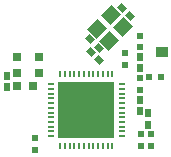
<source format=gtp>
%FSLAX24Y24*%
%MOIN*%
G70*
G01*
G75*
G04 Layer_Color=8421504*
%ADD10R,0.0400X0.0370*%
%ADD11R,0.0315X0.0295*%
%ADD12R,0.0197X0.0236*%
%ADD13R,0.0197X0.0256*%
%ADD14R,0.0295X0.0315*%
G04:AMPARAMS|DCode=15|XSize=19.7mil|YSize=23.6mil|CornerRadius=0mil|HoleSize=0mil|Usage=FLASHONLY|Rotation=45.000|XOffset=0mil|YOffset=0mil|HoleType=Round|Shape=Rectangle|*
%AMROTATEDRECTD15*
4,1,4,0.0014,-0.0153,-0.0153,0.0014,-0.0014,0.0153,0.0153,-0.0014,0.0014,-0.0153,0.0*
%
%ADD15ROTATEDRECTD15*%

G04:AMPARAMS|DCode=16|XSize=47.2mil|YSize=43.3mil|CornerRadius=0mil|HoleSize=0mil|Usage=FLASHONLY|Rotation=225.000|XOffset=0mil|YOffset=0mil|HoleType=Round|Shape=Rectangle|*
%AMROTATEDRECTD16*
4,1,4,0.0014,0.0320,0.0320,0.0014,-0.0014,-0.0320,-0.0320,-0.0014,0.0014,0.0320,0.0*
%
%ADD16ROTATEDRECTD16*%

%ADD17O,0.0256X0.0079*%
%ADD18O,0.0079X0.0256*%
%ADD19R,0.1850X0.1850*%
%ADD20R,0.0236X0.0197*%
%ADD21C,0.0090*%
%ADD22C,0.0150*%
%ADD23C,0.0060*%
%ADD24C,0.0080*%
%ADD25C,0.0370*%
%ADD26C,0.0240*%
%ADD27C,0.0260*%
%ADD28C,0.0098*%
%ADD29C,0.0079*%
%ADD30C,0.0050*%
D10*
X2510Y1924D02*
D03*
D11*
X-2300Y1244D02*
D03*
Y1776D02*
D03*
X-1590Y1244D02*
D03*
Y1776D02*
D03*
D12*
X1840Y-803D02*
D03*
Y-1197D02*
D03*
X-1720Y-923D02*
D03*
Y-1317D02*
D03*
X1290Y1523D02*
D03*
Y1917D02*
D03*
X1790Y2093D02*
D03*
Y2487D02*
D03*
X2170Y-803D02*
D03*
Y-1197D02*
D03*
X1790Y673D02*
D03*
Y1067D02*
D03*
D13*
X-2640Y1147D02*
D03*
Y773D02*
D03*
X1790Y1393D02*
D03*
Y1767D02*
D03*
X2070Y-477D02*
D03*
Y-103D02*
D03*
X1790Y-27D02*
D03*
Y347D02*
D03*
D14*
X-1774Y800D02*
D03*
X-2306D02*
D03*
D15*
X1181Y3409D02*
D03*
X1459Y3131D02*
D03*
X429Y1661D02*
D03*
X151Y1939D02*
D03*
X409Y2081D02*
D03*
X131Y2359D02*
D03*
D16*
X1221Y2782D02*
D03*
X832Y3171D02*
D03*
X748Y2308D02*
D03*
X358Y2698D02*
D03*
D17*
X-1191Y866D02*
D03*
Y709D02*
D03*
Y551D02*
D03*
Y394D02*
D03*
Y236D02*
D03*
Y79D02*
D03*
Y-79D02*
D03*
Y-236D02*
D03*
Y-394D02*
D03*
Y-551D02*
D03*
Y-709D02*
D03*
Y-866D02*
D03*
X1191D02*
D03*
Y-709D02*
D03*
Y-551D02*
D03*
Y-394D02*
D03*
Y-236D02*
D03*
Y-79D02*
D03*
Y79D02*
D03*
Y236D02*
D03*
Y394D02*
D03*
Y551D02*
D03*
Y709D02*
D03*
Y866D02*
D03*
D18*
X-866Y-1191D02*
D03*
X-709D02*
D03*
X-551D02*
D03*
X-394D02*
D03*
X-236D02*
D03*
X-79D02*
D03*
X79D02*
D03*
X236D02*
D03*
X394D02*
D03*
X551D02*
D03*
X709D02*
D03*
X866D02*
D03*
Y1191D02*
D03*
X709D02*
D03*
X551D02*
D03*
X394D02*
D03*
X236D02*
D03*
X79D02*
D03*
X-79D02*
D03*
X-236D02*
D03*
X-394D02*
D03*
X-551D02*
D03*
X-709D02*
D03*
X-866D02*
D03*
D19*
X-0Y0D02*
D03*
D20*
X2103Y1090D02*
D03*
X2497D02*
D03*
M02*

</source>
